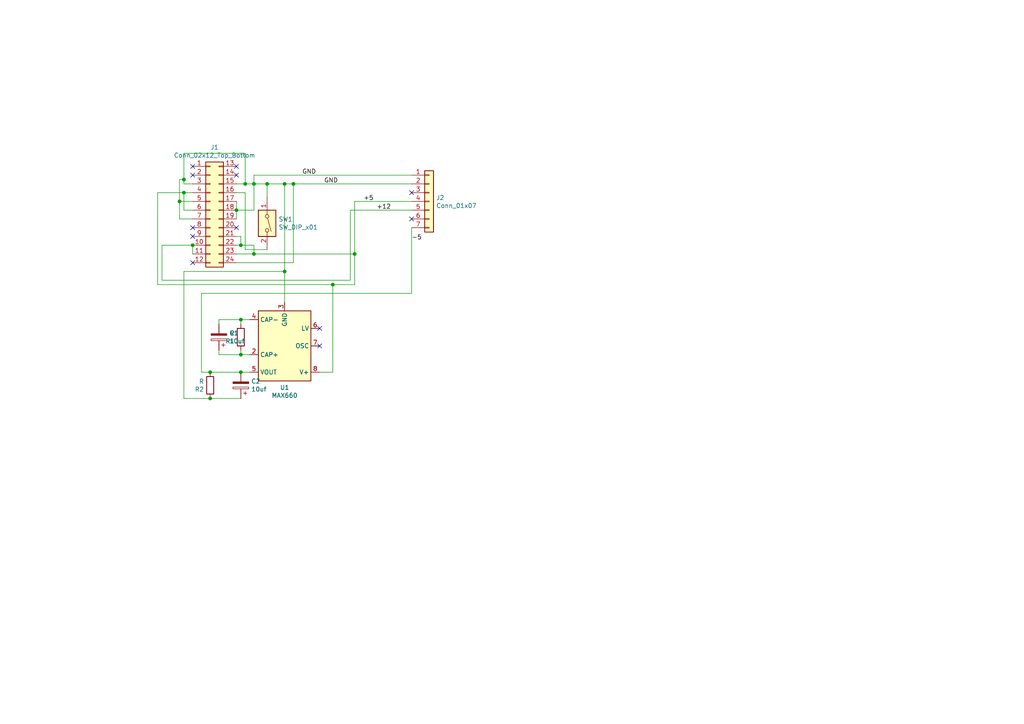
<source format=kicad_sch>
(kicad_sch (version 20211123) (generator eeschema)
  (paper "A4")
  (lib_symbols
    (symbol "Connector_Generic:Conn_01x07" (pin_names (offset 1.016) hide)
      (property "Reference" "J" (at 0 10.16 0))
      (property "Value" "Conn_01x07" (at 0 -10.16 0))
      (symbol "Conn_01x07_1_1"
        (rectangle (start -1.27 -7.493) (end 0 -7.747) (stroke (width 0.1524)))
        (rectangle (start -1.27 -4.953) (end 0 -5.207) (stroke (width 0.1524)))
        (rectangle (start -1.27 -2.413) (end 0 -2.667) (stroke (width 0.1524)))
        (rectangle (start -1.27 0.127) (end 0 -0.127) (stroke (width 0.1524)))
        (rectangle (start -1.27 2.667) (end 0 2.413) (stroke (width 0.1524)))
        (rectangle (start -1.27 5.207) (end 0 4.953) (stroke (width 0.1524)))
        (rectangle (start -1.27 7.747) (end 0 7.493) (stroke (width 0.1524)))
        (rectangle (start -1.27 8.89) (end 1.27 -8.89) (stroke (width 0.254)) (fill (type background)))
        (pin passive line (at -5.08 7.62 0) (length 3.81) (name "Pin_1") (number "1"))
        (pin passive line (at -5.08 5.08 0) (length 3.81) (name "Pin_2") (number "2"))
        (pin passive line (at -5.08 2.54 0) (length 3.81) (name "Pin_3") (number "3"))
        (pin passive line (at -5.08 0 0) (length 3.81) (name "Pin_4") (number "4"))
        (pin passive line (at -5.08 -2.54 0) (length 3.81) (name "Pin_5") (number "5"))
        (pin passive line (at -5.08 -5.08 0) (length 3.81) (name "Pin_6") (number "6"))
        (pin passive line (at -5.08 -7.62 0) (length 3.81) (name "Pin_7") (number "7"))
      )
    )
    (symbol "Connector_Generic:Conn_02x12_Top_Bottom" (pin_names (offset 1.016) hide)
      (property "Reference" "J" (at 1.27 15.24 0))
      (property "Value" "Conn_02x12_Top_Bottom" (at 1.27 -17.78 0))
      (symbol "Conn_02x12_Top_Bottom_1_1"
        (rectangle (start -1.27 -15.113) (end 0 -15.367) (stroke (width 0.1524)))
        (rectangle (start -1.27 -12.573) (end 0 -12.827) (stroke (width 0.1524)))
        (rectangle (start -1.27 -10.033) (end 0 -10.287) (stroke (width 0.1524)))
        (rectangle (start -1.27 -7.493) (end 0 -7.747) (stroke (width 0.1524)))
        (rectangle (start -1.27 -4.953) (end 0 -5.207) (stroke (width 0.1524)))
        (rectangle (start -1.27 -2.413) (end 0 -2.667) (stroke (width 0.1524)))
        (rectangle (start -1.27 0.127) (end 0 -0.127) (stroke (width 0.1524)))
        (rectangle (start -1.27 2.667) (end 0 2.413) (stroke (width 0.1524)))
        (rectangle (start -1.27 5.207) (end 0 4.953) (stroke (width 0.1524)))
        (rectangle (start -1.27 7.747) (end 0 7.493) (stroke (width 0.1524)))
        (rectangle (start -1.27 10.287) (end 0 10.033) (stroke (width 0.1524)))
        (rectangle (start -1.27 12.827) (end 0 12.573) (stroke (width 0.1524)))
        (rectangle (start -1.27 13.97) (end 3.81 -16.51) (stroke (width 0.254)) (fill (type background)))
        (rectangle (start 3.81 -15.113) (end 2.54 -15.367) (stroke (width 0.1524)))
        (rectangle (start 3.81 -12.573) (end 2.54 -12.827) (stroke (width 0.1524)))
        (rectangle (start 3.81 -10.033) (end 2.54 -10.287) (stroke (width 0.1524)))
        (rectangle (start 3.81 -7.493) (end 2.54 -7.747) (stroke (width 0.1524)))
        (rectangle (start 3.81 -4.953) (end 2.54 -5.207) (stroke (width 0.1524)))
        (rectangle (start 3.81 -2.413) (end 2.54 -2.667) (stroke (width 0.1524)))
        (rectangle (start 3.81 0.127) (end 2.54 -0.127) (stroke (width 0.1524)))
        (rectangle (start 3.81 2.667) (end 2.54 2.413) (stroke (width 0.1524)))
        (rectangle (start 3.81 5.207) (end 2.54 4.953) (stroke (width 0.1524)))
        (rectangle (start 3.81 7.747) (end 2.54 7.493) (stroke (width 0.1524)))
        (rectangle (start 3.81 10.287) (end 2.54 10.033) (stroke (width 0.1524)))
        (rectangle (start 3.81 12.827) (end 2.54 12.573) (stroke (width 0.1524)))
        (pin passive line (at -5.08 12.7 0) (length 3.81) (name "Pin_1") (number "1"))
        (pin passive line (at -5.08 -10.16 0) (length 3.81) (name "Pin_10") (number "10"))
        (pin passive line (at -5.08 -12.7 0) (length 3.81) (name "Pin_11") (number "11"))
        (pin passive line (at -5.08 -15.24 0) (length 3.81) (name "Pin_12") (number "12"))
        (pin passive line (at 7.62 12.7 180) (length 3.81) (name "Pin_13") (number "13"))
        (pin passive line (at 7.62 10.16 180) (length 3.81) (name "Pin_14") (number "14"))
        (pin passive line (at 7.62 7.62 180) (length 3.81) (name "Pin_15") (number "15"))
        (pin passive line (at 7.62 5.08 180) (length 3.81) (name "Pin_16") (number "16"))
        (pin passive line (at 7.62 2.54 180) (length 3.81) (name "Pin_17") (number "17"))
        (pin passive line (at 7.62 0 180) (length 3.81) (name "Pin_18") (number "18"))
        (pin passive line (at 7.62 -2.54 180) (length 3.81) (name "Pin_19") (number "19"))
        (pin passive line (at -5.08 10.16 0) (length 3.81) (name "Pin_2") (number "2"))
        (pin passive line (at 7.62 -5.08 180) (length 3.81) (name "Pin_20") (number "20"))
        (pin passive line (at 7.62 -7.62 180) (length 3.81) (name "Pin_21") (number "21"))
        (pin passive line (at 7.62 -10.16 180) (length 3.81) (name "Pin_22") (number "22"))
        (pin passive line (at 7.62 -12.7 180) (length 3.81) (name "Pin_23") (number "23"))
        (pin passive line (at 7.62 -15.24 180) (length 3.81) (name "Pin_24") (number "24"))
        (pin passive line (at -5.08 7.62 0) (length 3.81) (name "Pin_3") (number "3"))
        (pin passive line (at -5.08 5.08 0) (length 3.81) (name "Pin_4") (number "4"))
        (pin passive line (at -5.08 2.54 0) (length 3.81) (name "Pin_5") (number "5"))
        (pin passive line (at -5.08 0 0) (length 3.81) (name "Pin_6") (number "6"))
        (pin passive line (at -5.08 -2.54 0) (length 3.81) (name "Pin_7") (number "7"))
        (pin passive line (at -5.08 -5.08 0) (length 3.81) (name "Pin_8") (number "8"))
        (pin passive line (at -5.08 -7.62 0) (length 3.81) (name "Pin_9") (number "9"))
      )
    )
    (symbol "Device:CP" (pin_numbers hide) (pin_names (offset 0.254))
      (property "Reference" "C" (at 0.635 2.54 0))
      (property "Value" "Device_CP" (at 0.635 -2.54 0))
      (symbol "CP_0_1"
        (rectangle (start -2.286 0.508) (end 2.286 1.016))
        (polyline (pts (xy -1.778 2.286) (xy -0.762 2.286)))
        (polyline (pts (xy -1.27 2.794) (xy -1.27 1.778)))
        (rectangle (start 2.286 -0.508) (end -2.286 -1.016) (fill (type outline)))
      )
      (symbol "CP_1_1"
        (pin passive line (at 0 3.81 270) (length 2.794) (name "~") (number "1"))
        (pin passive line (at 0 -3.81 90) (length 2.794) (name "~") (number "2"))
      )
    )
    (symbol "Device:R" (pin_numbers hide) (pin_names (offset 0))
      (property "Reference" "R" (at 2.032 0 90))
      (property "Value" "R" (at 0 0 90))
      (symbol "R_0_1"
        (rectangle (start -1.016 -2.54) (end 1.016 2.54) (stroke (width 0.254)))
      )
      (symbol "R_1_1"
        (pin passive line (at 0 3.81 270) (length 1.27) (name "~") (number "1"))
        (pin passive line (at 0 -3.81 90) (length 1.27) (name "~") (number "2"))
      )
    )
    (symbol "Regulator_SwitchedCapacitor:LMC7660"
      (property "Reference" "U" (at -6.604 11.43 0))
      (property "Value" "LMC7660" (at 0 11.43 0))
      (symbol "LMC7660_0_1"
        (rectangle (start -7.62 10.16) (end 7.62 -10.16) (stroke (width 0.254)) (fill (type background)))
      )
      (symbol "LMC7660_1_1"
        (pin no_connect line (at -7.62 5.08 0) (length 2.54) hide (name "NC") (number "1"))
        (pin input line (at 10.16 2.54 180) (length 2.54) (name "CAP+") (number "2"))
        (pin power_in line (at 0 -12.7 90) (length 2.54) (name "GND") (number "3"))
        (pin input line (at 10.16 -7.62 180) (length 2.54) (name "CAP-") (number "4"))
        (pin power_out line (at 10.16 7.62 180) (length 2.54) (name "VOUT") (number "5"))
        (pin input line (at -10.16 -5.08 0) (length 2.54) (name "LV") (number "6"))
        (pin input line (at -10.16 0 0) (length 2.54) (name "OSC") (number "7"))
        (pin power_in line (at -10.16 7.62 0) (length 2.54) (name "V+") (number "8"))
      )
    )
    (symbol "Switch:SW_DIP_x01" (pin_names (offset 0) hide)
      (property "Reference" "SW" (at 0 3.81 0))
      (property "Value" "SW_DIP_x01" (at 0 -3.81 0))
      (symbol "SW_DIP_x01_0_0"
        (circle (center -2.032 0) (radius 0.508))
        (polyline (pts (xy -1.524 0.127) (xy 2.3622 1.1684)))
        (circle (center 2.032 0) (radius 0.508))
      )
      (symbol "SW_DIP_x01_0_1"
        (rectangle (start -3.81 2.54) (end 3.81 -2.54) (stroke (width 0.254)) (fill (type background)))
      )
      (symbol "SW_DIP_x01_1_1"
        (pin passive line (at -7.62 0 0) (length 5.08) (name "~") (number "1"))
        (pin passive line (at 7.62 0 180) (length 5.08) (name "~") (number "2"))
      )
    )
  )
  (junction (at 73.66 53.34))
  (junction (at 71.12 53.34))
  (junction (at 82.55 53.34))
  (junction (at 68.58 60.96))
  (junction (at 60.96 115.57))
  (junction (at 85.09 53.34))
  (junction (at 77.47 53.34))
  (junction (at 55.88 71.12))
  (junction (at 69.85 102.87))
  (junction (at 73.66 73.66))
  (junction (at 69.85 71.12))
  (junction (at 53.34 52.07))
  (junction (at 69.85 92.71))
  (junction (at 102.87 73.66))
  (junction (at 53.34 55.88))
  (junction (at 60.96 107.95))
  (junction (at 69.85 107.95))
  (junction (at 96.52 82.55))
  (junction (at 82.55 78.74))
  (junction (at 52.07 58.42))
  (no_connect (at 119.38 55.88))
  (no_connect (at 119.38 63.5))
  (no_connect (at 55.88 50.8))
  (no_connect (at 68.58 66.04))
  (no_connect (at 92.71 100.33))
  (no_connect (at 92.71 95.25))
  (no_connect (at 68.58 48.26))
  (no_connect (at 68.58 50.8))
  (no_connect (at 55.88 48.26))
  (no_connect (at 55.88 66.04))
  (no_connect (at 55.88 76.2))
  (no_connect (at 55.88 68.58))
  (wire (pts (xy 60.96 115.57) (xy 53.34 115.57)))
  (wire (pts (xy 68.58 76.2) (xy 85.09 76.2)))
  (wire (pts (xy 46.99 71.12) (xy 46.99 81.28)))
  (wire (pts (xy 55.88 73.66) (xy 55.88 71.12)))
  (wire (pts (xy 45.72 55.88) (xy 45.72 82.55)))
  (wire (pts (xy 52.07 58.42) (xy 52.07 52.07)))
  (wire (pts (xy 52.07 63.5) (xy 52.07 58.42)))
  (wire (pts (xy 53.34 78.74) (xy 82.55 78.74)))
  (wire (pts (xy 102.87 58.42) (xy 119.38 58.42)))
  (wire (pts (xy 55.88 60.96) (xy 53.34 60.96)))
  (wire (pts (xy 55.88 63.5) (xy 52.07 63.5)))
  (wire (pts (xy 69.85 71.12) (xy 73.66 71.12)))
  (wire (pts (xy 71.12 72.39) (xy 77.47 72.39)))
  (wire (pts (xy 68.58 71.12) (xy 69.85 71.12)))
  (wire (pts (xy 68.58 60.96) (xy 73.66 60.96)))
  (wire (pts (xy 68.58 55.88) (xy 71.12 55.88)))
  (wire (pts (xy 69.85 107.95) (xy 72.39 107.95)))
  (wire (pts (xy 68.58 63.5) (xy 68.58 60.96)))
  (wire (pts (xy 96.52 82.55) (xy 96.52 107.95)))
  (wire (pts (xy 71.12 53.34) (xy 73.66 53.34)))
  (wire (pts (xy 68.58 73.66) (xy 73.66 73.66)))
  (wire (pts (xy 73.66 53.34) (xy 73.66 50.8)))
  (wire (pts (xy 96.52 82.55) (xy 102.87 82.55)))
  (wire (pts (xy 82.55 53.34) (xy 82.55 78.74)))
  (wire (pts (xy 63.5 92.71) (xy 69.85 92.71)))
  (wire (pts (xy 72.39 102.87) (xy 69.85 102.87)))
  (wire (pts (xy 73.66 73.66) (xy 102.87 73.66)))
  (wire (pts (xy 68.58 53.34) (xy 71.12 53.34)))
  (wire (pts (xy 53.34 53.34) (xy 53.34 52.07)))
  (wire (pts (xy 58.42 85.09) (xy 119.38 85.09)))
  (wire (pts (xy 55.88 53.34) (xy 53.34 53.34)))
  (wire (pts (xy 53.34 52.07) (xy 53.34 44.45)))
  (wire (pts (xy 71.12 44.45) (xy 71.12 53.34)))
  (wire (pts (xy 53.34 115.57) (xy 53.34 78.74)))
  (wire (pts (xy 69.85 115.57) (xy 60.96 115.57)))
  (wire (pts (xy 96.52 107.95) (xy 92.71 107.95)))
  (wire (pts (xy 68.58 68.58) (xy 69.85 68.58)))
  (wire (pts (xy 102.87 82.55) (xy 102.87 73.66)))
  (wire (pts (xy 46.99 81.28) (xy 101.6 81.28)))
  (wire (pts (xy 77.47 53.34) (xy 82.55 53.34)))
  (wire (pts (xy 69.85 68.58) (xy 69.85 71.12)))
  (wire (pts (xy 53.34 55.88) (xy 45.72 55.88)))
  (wire (pts (xy 85.09 53.34) (xy 119.38 53.34)))
  (wire (pts (xy 102.87 73.66) (xy 102.87 58.42)))
  (wire (pts (xy 69.85 101.6) (xy 69.85 102.87)))
  (wire (pts (xy 85.09 76.2) (xy 85.09 53.34)))
  (wire (pts (xy 82.55 53.34) (xy 85.09 53.34)))
  (wire (pts (xy 73.66 50.8) (xy 119.38 50.8)))
  (wire (pts (xy 63.5 93.98) (xy 63.5 92.71)))
  (wire (pts (xy 53.34 44.45) (xy 71.12 44.45)))
  (wire (pts (xy 45.72 82.55) (xy 96.52 82.55)))
  (wire (pts (xy 101.6 81.28) (xy 101.6 60.96)))
  (wire (pts (xy 69.85 102.87) (xy 63.5 102.87)))
  (wire (pts (xy 69.85 107.95) (xy 60.96 107.95)))
  (wire (pts (xy 73.66 60.96) (xy 73.66 53.34)))
  (wire (pts (xy 69.85 92.71) (xy 72.39 92.71)))
  (wire (pts (xy 82.55 78.74) (xy 82.55 87.63)))
  (wire (pts (xy 68.58 58.42) (xy 68.58 60.96)))
  (wire (pts (xy 71.12 55.88) (xy 71.12 72.39)))
  (wire (pts (xy 53.34 60.96) (xy 53.34 55.88)))
  (wire (pts (xy 73.66 53.34) (xy 77.47 53.34)))
  (wire (pts (xy 55.88 55.88) (xy 53.34 55.88)))
  (wire (pts (xy 77.47 57.15) (xy 77.47 53.34)))
  (wire (pts (xy 63.5 102.87) (xy 63.5 101.6)))
  (wire (pts (xy 55.88 71.12) (xy 46.99 71.12)))
  (wire (pts (xy 119.38 85.09) (xy 119.38 66.04)))
  (wire (pts (xy 73.66 71.12) (xy 73.66 73.66)))
  (wire (pts (xy 69.85 93.98) (xy 69.85 92.71)))
  (wire (pts (xy 58.42 107.95) (xy 58.42 85.09)))
  (wire (pts (xy 60.96 107.95) (xy 58.42 107.95)))
  (wire (pts (xy 101.6 60.96) (xy 119.38 60.96)))
  (wire (pts (xy 55.88 58.42) (xy 52.07 58.42)))
  (wire (pts (xy 52.07 52.07) (xy 53.34 52.07)))
  (label "GND" (at 93.98 53.34 0))
  (label "-5" (at 119.38 69.85 0))
  (label "GND" (at 87.63 50.8 0))
  (label "+12" (at 109.22 60.96 0))
  (label "+5" (at 105.41 58.42 0))
  (symbol (lib_id "Connector_Generic:Conn_02x12_Top_Bottom") (at 60.96 60.96 0) (unit 1)
    (property "Reference" "J1" (at 62.23 42.7482 0))
    (property "Value" "Conn_02x12_Top_Bottom" (at 62.23 45.0596 0))
    (property "Footprint" "Connector_Molex:Molex_Mini-Fit_Jr_5566-24A_2x12_P4.20mm_Vertical" (effects hide))
  )
  (symbol (lib_id "Connector_Generic:Conn_01x07") (at 124.46 58.42 0) (unit 1)
    (property "Reference" "J2" (at 126.492 57.3532 0) (effects (justify left)))
    (property "Value" "Conn_01x07" (at 126.492 59.6646 0) (effects (justify left)))
    (property "Footprint" "custom:SolderWirePad_1x07_P7.62mm_Drill2.5mm" (effects hide))
  )
  (symbol (lib_id "Regulator_SwitchedCapacitor:LMC7660") (at 82.55 100.33 180) (unit 1)
    (property "Reference" "U1" (at 82.55 112.395 0))
    (property "Value" "MAX660" (at 82.55 114.7064 0))
    (property "Footprint" "Package_SO:SOIC-8_3.9x4.9mm_P1.27mm" (effects hide))
    (property "Datasheet" "http://www.ti.com/lit/ds/symlink/lmc7660.pdf" (effects hide))
  )
  (symbol (lib_id "Device:CP") (at 63.5 97.79 180) (unit 1)
    (property "Reference" "C1" (at 66.4972 96.6216 0) (effects (justify right)))
    (property "Value" "10uf" (at 66.4972 98.933 0) (effects (justify right)))
    (property "Footprint" "Capacitor_THT:C_Radial_D6.3mm_H7.0mm_P2.50mm" (effects hide))
  )
  (symbol (lib_id "Device:CP") (at 69.85 111.76 180) (unit 1)
    (property "Reference" "C2" (at 72.8472 110.5916 0) (effects (justify right)))
    (property "Value" "10uf" (at 72.8472 112.903 0) (effects (justify right)))
    (property "Footprint" "Capacitor_THT:C_Radial_D6.3mm_H7.0mm_P2.50mm" (effects hide))
  )
  (symbol (lib_id "Switch:SW_DIP_x01") (at 77.47 64.77 270) (unit 1)
    (property "Reference" "SW1" (at 80.772 63.6016 90) (effects (justify left)))
    (property "Value" "SW_DIP_x01" (at 80.772 65.913 90) (effects (justify left)))
    (property "Footprint" "Connector_PinHeader_2.54mm:PinHeader_1x02_P2.54mm_Vertical" (effects hide))
  )
  (symbol (lib_id "Device:R") (at 69.85 97.79 180) (unit 1)
    (property "Reference" "R1" (at 68.072 98.9584 0) (effects (justify left)))
    (property "Value" "R" (at 68.072 96.647 0) (effects (justify left)))
    (property "Footprint" "Resistor_THT:R_Axial_DIN0207_L6.3mm_D2.5mm_P10.16mm_Horizontal" (effects hide))
  )
  (symbol (lib_id "Device:R") (at 60.96 111.76 180) (unit 1)
    (property "Reference" "R2" (at 59.182 112.9284 0) (effects (justify left)))
    (property "Value" "R" (at 59.182 110.617 0) (effects (justify left)))
    (property "Footprint" "Resistor_THT:R_Axial_DIN0207_L6.3mm_D2.5mm_P10.16mm_Horizontal" (effects hide))
  )
)
</source>
